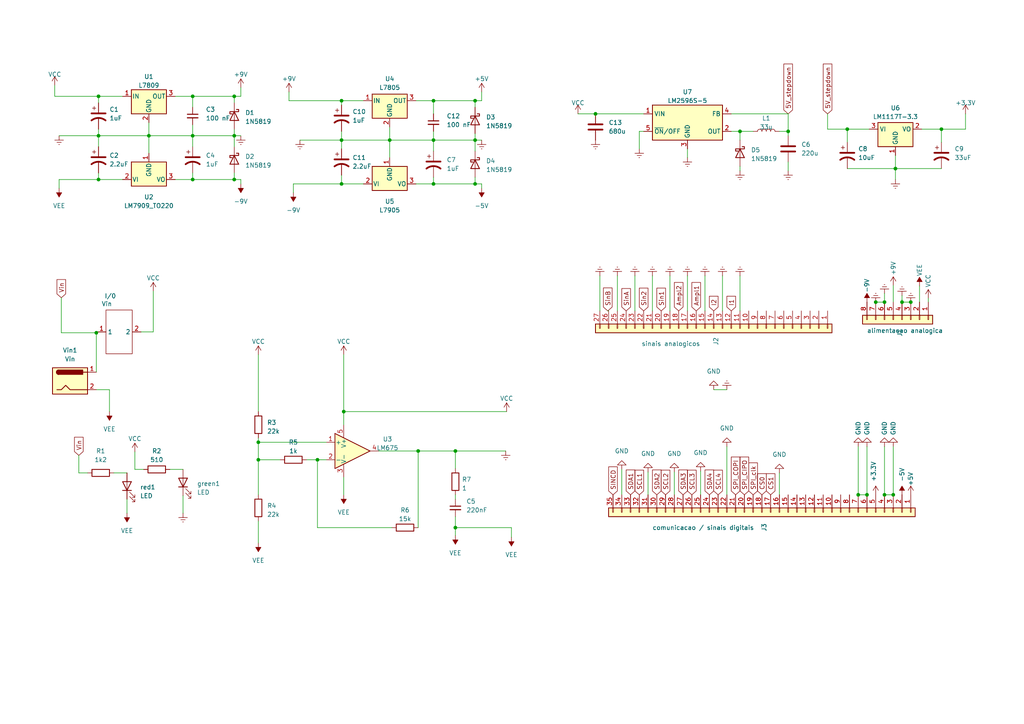
<source format=kicad_sch>
(kicad_sch (version 20230121) (generator eeschema)
  (paper "A4")
  (title_block (title "Fonte de tensao LM675") (date "2023-08-14") (rev "v02") (company "EITduino") (comment 1 "Autor: Gustavo Pinheiro") (comment 2 "Barramento proposto para uma placa 90x100 mm") (comment 3 "Placa face simples") (comment 4 "Pinos AGND e DGND") (comment 5 "capacitor 100nF ceramico") (comment 6 "capacitores uF tantalo"))
  (lib_symbols
    (symbol "Amplifier_Operational:LM675" (pin_names (offset 0.127))
      (property "Reference" "U" (at 0 7.62 0))
      (property "Value" "LM675" (at 0 5.08 0))
      (symbol "LM675_1_1"
        (pin input line (at -7.62 2.54 0) (length 2.54) (name "+") (number "1"))
        (pin input line (at -7.62 -2.54 0) (length 2.54) (name "-") (number "2"))
        (pin power_in line (at -2.54 -7.62 90) (length 3.81) (name "V-") (number "3"))
        (pin output line (at 7.62 0 180) (length 2.54) (name "~") (number "4"))
        (pin power_in line (at -2.54 7.62 270) (length 3.81) (name "V+") (number "5"))
      )
    )
    (symbol "Connector:Barrel_Jack" (pin_names (offset 1.016))
      (property "Reference" "J" (at 0 5.334 0))
      (property "Value" "Barrel_Jack" (at 0 -5.08 0))
      (symbol "Barrel_Jack_1_1"
        (pin passive line (at 7.62 2.54 180) (length 2.54) (name "~") (number "1"))
        (pin passive line (at 7.62 -2.54 180) (length 2.54) (name "~") (number "2"))
      )
    )
    (symbol "Connector_Generic:Conn_01x08" (pin_names (offset 1.016) hide)
      (property "Reference" "J" (at 0 10.16 0))
      (property "Value" "Conn_01x08" (at 0 -12.7 0))
      (symbol "Conn_01x08_1_1"
        (pin passive line (at -5.08 7.62 0) (length 3.81) (name "Pin_1") (number "1"))
        (pin passive line (at -5.08 5.08 0) (length 3.81) (name "Pin_2") (number "2"))
        (pin passive line (at -5.08 2.54 0) (length 3.81) (name "Pin_3") (number "3"))
        (pin passive line (at -5.08 0 0) (length 3.81) (name "Pin_4") (number "4"))
        (pin passive line (at -5.08 -2.54 0) (length 3.81) (name "Pin_5") (number "5"))
        (pin passive line (at -5.08 -5.08 0) (length 3.81) (name "Pin_6") (number "6"))
        (pin passive line (at -5.08 -7.62 0) (length 3.81) (name "Pin_7") (number "7"))
        (pin passive line (at -5.08 -10.16 0) (length 3.81) (name "Pin_8") (number "8"))
      )
    )
    (symbol "Connector_Generic:Conn_01x27" (pin_names (offset 1.016) hide)
      (property "Reference" "J" (at 0 35.56 0))
      (property "Value" "Conn_01x27" (at 0 -35.56 0))
      (symbol "Conn_01x27_1_1"
        (pin passive line (at -5.08 33.02 0) (length 3.81) (name "Pin_1") (number "1"))
        (pin passive line (at -5.08 10.16 0) (length 3.81) (name "Pin_10") (number "10"))
        (pin passive line (at -5.08 7.62 0) (length 3.81) (name "Pin_11") (number "11"))
        (pin passive line (at -5.08 5.08 0) (length 3.81) (name "Pin_12") (number "12"))
        (pin passive line (at -5.08 2.54 0) (length 3.81) (name "Pin_13") (number "13"))
        (pin passive line (at -5.08 0 0) (length 3.81) (name "Pin_14") (number "14"))
        (pin passive line (at -5.08 -2.54 0) (length 3.81) (name "Pin_15") (number "15"))
        (pin passive line (at -5.08 -5.08 0) (length 3.81) (name "Pin_16") (number "16"))
        (pin passive line (at -5.08 -7.62 0) (length 3.81) (name "Pin_17") (number "17"))
        (pin passive line (at -5.08 -10.16 0) (length 3.81) (name "Pin_18") (number "18"))
        (pin passive line (at -5.08 -12.7 0) (length 3.81) (name "Pin_19") (number "19"))
        (pin passive line (at -5.08 30.48 0) (length 3.81) (name "Pin_2") (number "2"))
        (pin passive line (at -5.08 -15.24 0) (length 3.81) (name "Pin_20") (number "20"))
        (pin passive line (at -5.08 -17.78 0) (length 3.81) (name "Pin_21") (number "21"))
        (pin passive line (at -5.08 -20.32 0) (length 3.81) (name "Pin_22") (number "22"))
        (pin passive line (at -5.08 -22.86 0) (length 3.81) (name "Pin_23") (number "23"))
        (pin passive line (at -5.08 -25.4 0) (length 3.81) (name "Pin_24") (number "24"))
        (pin passive line (at -5.08 -27.94 0) (length 3.81) (name "Pin_25") (number "25"))
        (pin passive line (at -5.08 -30.48 0) (length 3.81) (name "Pin_26") (number "26"))
        (pin passive line (at -5.08 -33.02 0) (length 3.81) (name "Pin_27") (number "27"))
        (pin passive line (at -5.08 27.94 0) (length 3.81) (name "Pin_3") (number "3"))
        (pin passive line (at -5.08 25.4 0) (length 3.81) (name "Pin_4") (number "4"))
        (pin passive line (at -5.08 22.86 0) (length 3.81) (name "Pin_5") (number "5"))
        (pin passive line (at -5.08 20.32 0) (length 3.81) (name "Pin_6") (number "6"))
        (pin passive line (at -5.08 17.78 0) (length 3.81) (name "Pin_7") (number "7"))
        (pin passive line (at -5.08 15.24 0) (length 3.81) (name "Pin_8") (number "8"))
        (pin passive line (at -5.08 12.7 0) (length 3.81) (name "Pin_9") (number "9"))
      )
    )
    (symbol "Connector_Generic:Conn_01x35" (pin_names (offset 1.016) hide)
      (property "Reference" "J" (at 0 45.72 0))
      (property "Value" "Conn_01x35" (at 0 -45.72 0))
      (symbol "Conn_01x35_1_1"
        (pin passive line (at -5.08 43.18 0) (length 3.81) (name "Pin_1") (number "1"))
        (pin passive line (at -5.08 20.32 0) (length 3.81) (name "Pin_10") (number "10"))
        (pin passive line (at -5.08 17.78 0) (length 3.81) (name "Pin_11") (number "11"))
        (pin passive line (at -5.08 15.24 0) (length 3.81) (name "Pin_12") (number "12"))
        (pin passive line (at -5.08 12.7 0) (length 3.81) (name "Pin_13") (number "13"))
        (pin passive line (at -5.08 10.16 0) (length 3.81) (name "Pin_14") (number "14"))
        (pin passive line (at -5.08 7.62 0) (length 3.81) (name "Pin_15") (number "15"))
        (pin passive line (at -5.08 5.08 0) (length 3.81) (name "Pin_16") (number "16"))
        (pin passive line (at -5.08 2.54 0) (length 3.81) (name "Pin_17") (number "17"))
        (pin passive line (at -5.08 0 0) (length 3.81) (name "Pin_18") (number "18"))
        (pin passive line (at -5.08 -2.54 0) (length 3.81) (name "Pin_19") (number "19"))
        (pin passive line (at -5.08 40.64 0) (length 3.81) (name "Pin_2") (number "2"))
        (pin passive line (at -5.08 -5.08 0) (length 3.81) (name "Pin_20") (number "20"))
        (pin passive line (at -5.08 -7.62 0) (length 3.81) (name "Pin_21") (number "21"))
        (pin passive line (at -5.08 -10.16 0) (length 3.81) (name "Pin_22") (number "22"))
        (pin passive line (at -5.08 -12.7 0) (length 3.81) (name "Pin_23") (number "23"))
        (pin passive line (at -5.08 -15.24 0) (length 3.81) (name "Pin_24") (number "24"))
        (pin passive line (at -5.08 -17.78 0) (length 3.81) (name "Pin_25") (number "25"))
        (pin passive line (at -5.08 -20.32 0) (length 3.81) (name "Pin_26") (number "26"))
        (pin passive line (at -5.08 -22.86 0) (length 3.81) (name "Pin_27") (number "27"))
        (pin passive line (at -5.08 -25.4 0) (length 3.81) (name "Pin_28") (number "28"))
        (pin passive line (at -5.08 -27.94 0) (length 3.81) (name "Pin_29") (number "29"))
        (pin passive line (at -5.08 38.1 0) (length 3.81) (name "Pin_3") (number "3"))
        (pin passive line (at -5.08 -30.48 0) (length 3.81) (name "Pin_30") (number "30"))
        (pin passive line (at -5.08 -33.02 0) (length 3.81) (name "Pin_31") (number "31"))
        (pin passive line (at -5.08 -35.56 0) (length 3.81) (name "Pin_32") (number "32"))
        (pin passive line (at -5.08 -38.1 0) (length 3.81) (name "Pin_33") (number "33"))
        (pin passive line (at -5.08 -40.64 0) (length 3.81) (name "Pin_34") (number "34"))
        (pin passive line (at -5.08 -43.18 0) (length 3.81) (name "Pin_35") (number "35"))
        (pin passive line (at -5.08 35.56 0) (length 3.81) (name "Pin_4") (number "4"))
        (pin passive line (at -5.08 33.02 0) (length 3.81) (name "Pin_5") (number "5"))
        (pin passive line (at -5.08 30.48 0) (length 3.81) (name "Pin_6") (number "6"))
        (pin passive line (at -5.08 27.94 0) (length 3.81) (name "Pin_7") (number "7"))
        (pin passive line (at -5.08 25.4 0) (length 3.81) (name "Pin_8") (number "8"))
        (pin passive line (at -5.08 22.86 0) (length 3.81) (name "Pin_9") (number "9"))
      )
    )
    (symbol "Device:C" (pin_numbers hide) (pin_names (offset 0.254))
      (property "Reference" "C" (at 0.635 2.54 0))
      (property "Value" "C" (at 0.635 -2.54 0))
      (symbol "C_1_1"
        (pin passive line (at 0 3.81 270) (length 2.794) (name "~") (number "1"))
        (pin passive line (at 0 -3.81 90) (length 2.794) (name "~") (number "2"))
      )
    )
    (symbol "Device:C_Polarized_US" (pin_numbers hide) (pin_names (offset 0.254) hide)
      (property "Reference" "C" (at 0.635 2.54 0))
      (property "Value" "C_Polarized_US" (at 0.635 -2.54 0))
      (symbol "C_Polarized_US_1_1"
        (pin passive line (at 0 3.81 270) (length 2.794) (name "~") (number "1"))
        (pin passive line (at 0 -3.81 90) (length 3.302) (name "~") (number "2"))
      )
    )
    (symbol "Device:C_Small" (pin_numbers hide) (pin_names (offset 0.254) hide)
      (property "Reference" "C" (at 0.254 1.778 0))
      (property "Value" "C_Small" (at 0.254 -2.032 0))
      (symbol "C_Small_1_1"
        (pin passive line (at 0 2.54 270) (length 2.032) (name "~") (number "1"))
        (pin passive line (at 0 -2.54 90) (length 2.032) (name "~") (number "2"))
      )
    )
    (symbol "Device:L" (pin_numbers hide) (pin_names (offset 1.016) hide)
      (property "Reference" "L" (at -1.27 0 90))
      (property "Value" "L" (at 1.905 0 90))
      (symbol "L_1_1"
        (pin passive line (at 0 3.81 270) (length 1.27) (name "1") (number "1"))
        (pin passive line (at 0 -3.81 90) (length 1.27) (name "2") (number "2"))
      )
    )
    (symbol "Device:LED" (pin_numbers hide) (pin_names (offset 1.016) hide)
      (property "Reference" "D" (at 0 2.54 0))
      (property "Value" "LED" (at 0 -2.54 0))
      (symbol "LED_1_1"
        (pin passive line (at -3.81 0 0) (length 2.54) (name "K") (number "1"))
        (pin passive line (at 3.81 0 180) (length 2.54) (name "A") (number "2"))
      )
    )
    (symbol "Device:R" (pin_numbers hide) (pin_names (offset 0))
      (property "Reference" "R" (at 2.032 0 90))
      (property "Value" "R" (at 0 0 90))
      (symbol "R_1_1"
        (pin passive line (at 0 3.81 270) (length 1.27) (name "~") (number "1"))
        (pin passive line (at 0 -3.81 90) (length 1.27) (name "~") (number "2"))
      )
    )
    (symbol "Diode:1N5819" (pin_numbers hide) (pin_names (offset 1.016) hide)
      (property "Reference" "D" (at 0 2.54 0))
      (property "Value" "1N5819" (at 0 -2.54 0))
      (symbol "1N5819_1_1"
        (pin passive line (at -3.81 0 0) (length 2.54) (name "K") (number "1"))
        (pin passive line (at 3.81 0 180) (length 2.54) (name "A") (number "2"))
      )
    )
    (symbol "Regulator_Linear:L7805" (pin_names (offset 0.254))
      (property "Reference" "U" (at -3.81 3.175 0))
      (property "Value" "L7805" (at 0 3.175 0))
      (symbol "L7805_1_1"
        (pin power_in line (at -7.62 0 0) (length 2.54) (name "IN") (number "1"))
        (pin power_in line (at 0 -7.62 90) (length 2.54) (name "GND") (number "2"))
        (pin power_out line (at 7.62 0 180) (length 2.54) (name "OUT") (number "3"))
      )
    )
    (symbol "Regulator_Linear:L7809" (pin_names (offset 0.254))
      (property "Reference" "U" (at -3.81 3.175 0))
      (property "Value" "L7809" (at 0 3.175 0))
      (symbol "L7809_1_1"
        (pin power_in line (at -7.62 0 0) (length 2.54) (name "IN") (number "1"))
        (pin power_in line (at 0 -7.62 90) (length 2.54) (name "GND") (number "2"))
        (pin power_out line (at 7.62 0 180) (length 2.54) (name "OUT") (number "3"))
      )
    )
    (symbol "Regulator_Linear:L7905" (pin_names (offset 0.254))
      (property "Reference" "U" (at -3.81 -3.175 0))
      (property "Value" "L7905" (at 0 -3.175 0))
      (symbol "L7905_1_1"
        (pin power_in line (at 0 7.62 270) (length 2.54) (name "GND") (number "1"))
        (pin power_in line (at -7.62 0 0) (length 2.54) (name "VI") (number "2"))
        (pin power_out line (at 7.62 0 180) (length 2.54) (name "VO") (number "3"))
      )
    )
    (symbol "Regulator_Linear:LM1117T-3.3"
      (property "Reference" "U" (at -3.81 3.175 0))
      (property "Value" "LM1117T-3.3" (at 0 3.175 0))
      (symbol "LM1117T-3.3_1_1"
        (pin power_in line (at 0 -7.62 90) (length 2.54) (name "GND") (number "1"))
        (pin power_out line (at 7.62 0 180) (length 2.54) (name "VO") (number "2"))
        (pin power_in line (at -7.62 0 0) (length 2.54) (name "VI") (number "3"))
      )
    )
    (symbol "Regulator_Linear:LM7909_TO220" (pin_names (offset 0.254))
      (property "Reference" "U" (at -3.81 -3.175 0))
      (property "Value" "LM7909_TO220" (at 0 -3.175 0))
      (symbol "LM7909_TO220_1_1"
        (pin power_in line (at 0 7.62 270) (length 2.54) (name "GND") (number "1"))
        (pin power_in line (at -7.62 0 0) (length 2.54) (name "VI") (number "2"))
        (pin power_out line (at 7.62 0 180) (length 2.54) (name "VO") (number "3"))
      )
    )
    (symbol "Regulator_Switching:LM2596S-5"
      (property "Reference" "U" (at -10.16 6.35 0))
      (property "Value" "LM2596S-5" (at 0 6.35 0))
      (symbol "LM2596S-5_1_1"
        (pin power_in line (at -12.7 2.54 0) (length 2.54) (name "VIN") (number "1"))
        (pin output line (at 12.7 -2.54 180) (length 2.54) (name "OUT") (number "2"))
        (pin power_in line (at 0 -7.62 90) (length 2.54) (name "GND") (number "3"))
        (pin input line (at 12.7 2.54 180) (length 2.54) (name "FB") (number "4"))
        (pin input line (at -12.7 -2.54 0) (length 2.54) (name "~{ON}/OFF") (number "5"))
      )
    )
    (symbol "VCC_1" (power) (pin_names (offset 0))
      (property "Value" "VCC_1" (at 0 3.81 0))
      (symbol "VCC_1_1_1"
        (pin power_in line (at 0 0 90) (length 0) hide (name "VCC") (number "1"))
      )
    )
    (symbol "chave_gangorra_kcd1_2pinos:chave_gangorra_2_pinos"
      (property "Reference" "SW_kcd" (at 0 2.54 0))
      (property "Value" "chave_gangorra_2_pinos" (at 0 1.27 0))
      (symbol "chave_gangorra_2_pinos_1_1"
        (pin input line (at 0 -3.81 90) (length 2.54) (name "1") (number "1"))
        (pin input line (at 0 8.89 270) (length 2.54) (name "2") (number "2"))
      )
    )
    (symbol "power:+3.3V" (power) (pin_names (offset 0))
      (property "Value" "+3.3V" (at 0 3.556 0))
      (symbol "+3.3V_1_1"
        (pin power_in line (at 0 0 90) (length 0) hide (name "+3.3V") (number "1"))
      )
    )
    (symbol "power:+5V" (power) (pin_names (offset 0))
      (property "Value" "+5V" (at 0 3.556 0))
      (symbol "+5V_1_1"
        (pin power_in line (at 0 0 90) (length 0) hide (name "+5V") (number "1"))
      )
    )
    (symbol "power:+9V" (power) (pin_names (offset 0))
      (property "Value" "+9V" (at 0 3.556 0))
      (symbol "+9V_1_1"
        (pin power_in line (at 0 0 90) (length 0) hide (name "+9V") (number "1"))
      )
    )
    (symbol "power:-5V" (power) (pin_names (offset 0))
      (property "Value" "-5V" (at 0 3.81 0))
      (symbol "-5V_0_0"
        (pin power_in line (at 0 0 90) (length 0) hide (name "-5V") (number "1"))
      )
    )
    (symbol "power:-9V" (power) (pin_names (offset 0))
      (property "Value" "-9V" (at 0 3.81 0))
      (symbol "-9V_1_1"
        (pin power_in line (at 0 0 90) (length 0) hide (name "-9V") (number "1"))
      )
    )
    (symbol "power:Earth" (power) (pin_names (offset 0))
      (symbol "Earth_1_1"
        (pin power_in line (at 0 0 270) (length 0) hide (name "Earth") (number "1"))
      )
    )
    (symbol "power:GND" (power) (pin_names (offset 0))
      (property "Value" "GND" (at 0 -3.81 0))
      (symbol "GND_1_1"
        (pin power_in line (at 0 0 270) (length 0) hide (name "GND") (number "1"))
      )
    )
    (symbol "power:VCC" (power) (pin_names (offset 0))
      (property "Value" "VCC" (at 0 3.81 0))
      (symbol "VCC_1_1"
        (pin power_in line (at 0 0 90) (length 0) hide (name "VCC") (number "1"))
      )
    )
    (symbol "power:VEE" (power) (pin_names (offset 0))
      (property "Value" "VEE" (at 0 3.81 0))
      (symbol "VEE_1_1"
        (pin power_in line (at 0 0 90) (length 0) hide (name "VEE") (number "1"))
      )
    )
  )
  (junction (at 137.795 40.64))
  (junction (at 43.18 39.37))
  (junction (at 113.03 40.64))
  (junction (at 256.54 87.63))
  (junction (at 254 87.63))
  (junction (at 137.795 53.34))
  (junction (at 55.88 39.37))
  (junction (at 125.73 53.34))
  (junction (at 228.6 38.1))
  (junction (at 92.075 133.35))
  (junction (at 67.945 52.07))
  (junction (at 259.715 48.895))
  (junction (at 245.745 37.465))
  (junction (at 55.88 52.07))
  (junction (at 264.16 87.63))
  (junction (at 132.08 153.035))
  (junction (at 28.575 27.94))
  (junction (at 27.94 96.52))
  (junction (at 248.92 143.51))
  (junction (at 67.945 39.37))
  (junction (at 132.08 130.81))
  (junction (at 125.73 40.64))
  (junction (at 99.06 29.21))
  (junction (at 256.54 143.51))
  (junction (at 259.08 143.51))
  (junction (at 67.945 27.94))
  (junction (at 125.73 29.21))
  (junction (at 99.06 53.34))
  (junction (at 74.93 133.35))
  (junction (at 99.06 40.64))
  (junction (at 273.05 37.465))
  (junction (at 74.93 128.27))
  (junction (at 28.575 39.37))
  (junction (at 172.72 33.02))
  (junction (at 121.285 130.81))
  (junction (at 251.46 143.51))
  (junction (at 28.575 52.07))
  (junction (at 137.795 29.21))
  (junction (at 214.63 38.1))
  (junction (at 261.62 87.63))
  (junction (at 55.88 27.94))
  (junction (at 99.695 119.38))
  (wire (pts (xy 43.18 39.37) (xy 55.88 39.37)))
  (wire (pts (xy 254 87.63) (xy 256.54 87.63)))
  (wire (pts (xy 212.09 38.1) (xy 214.63 38.1)))
  (wire (pts (xy 173.99 80.01) (xy 173.99 90.17)))
  (wire (pts (xy 267.335 37.465) (xy 273.05 37.465)))
  (wire (pts (xy 55.88 27.94) (xy 55.88 31.115)))
  (wire (pts (xy 27.94 96.52) (xy 27.94 96.266)))
  (wire (pts (xy 99.06 29.21) (xy 105.41 29.21)))
  (wire (pts (xy 27.94 113.03) (xy 31.75 113.03)))
  (wire (pts (xy 74.93 128.27) (xy 74.93 133.35)))
  (wire (pts (xy 207.01 113.03) (xy 210.82 113.03)))
  (wire (pts (xy 86.995 40.64) (xy 99.06 40.64)))
  (wire (pts (xy 28.575 39.37) (xy 28.575 42.545)))
  (wire (pts (xy 17.145 39.37) (xy 28.575 39.37)))
  (wire (pts (xy 69.85 52.07) (xy 69.85 53.34)))
  (wire (pts (xy 137.795 51.435) (xy 137.795 53.34)))
  (wire (pts (xy 212.09 33.02) (xy 228.6 33.02)))
  (wire (pts (xy 259.08 82.804) (xy 259.08 87.63)))
  (wire (pts (xy 99.695 119.38) (xy 99.695 123.19)))
  (wire (pts (xy 184.15 80.01) (xy 184.15 90.17)))
  (wire (pts (xy 125.73 29.21) (xy 137.795 29.21)))
  (wire (pts (xy 248.92 129.54) (xy 248.92 143.51)))
  (wire (pts (xy 99.695 119.38) (xy 146.939 119.38)))
  (wire (pts (xy 113.03 36.83) (xy 113.03 40.64)))
  (wire (pts (xy 137.795 53.34) (xy 139.7 53.34)))
  (wire (pts (xy 83.82 29.21) (xy 99.06 29.21)))
  (wire (pts (xy 113.03 40.64) (xy 113.03 45.72)))
  (wire (pts (xy 187.96 136.906) (xy 187.96 143.51)))
  (wire (pts (xy 113.03 40.64) (xy 125.73 40.64)))
  (wire (pts (xy 120.65 53.34) (xy 125.73 53.34)))
  (wire (pts (xy 85.09 55.88) (xy 85.09 53.34)))
  (wire (pts (xy 50.8 52.07) (xy 55.88 52.07)))
  (wire (pts (xy 17.145 54.61) (xy 17.145 52.07)))
  (wire (pts (xy 43.18 39.37) (xy 43.18 44.45)))
  (wire (pts (xy 67.945 52.07) (xy 69.85 52.07)))
  (wire (pts (xy 251.46 129.54) (xy 251.46 143.51)))
  (wire (pts (xy 261.6183 86.95) (xy 261.62 86.95)))
  (wire (pts (xy 99.06 53.34) (xy 105.41 53.34)))
  (wire (pts (xy 228.6 49.53) (xy 228.6 46.99)))
  (wire (pts (xy 179.07 80.01) (xy 179.07 90.17)))
  (wire (pts (xy 209.55 80.01) (xy 209.55 90.17)))
  (wire (pts (xy 125.73 38.1) (xy 125.73 40.64)))
  (wire (pts (xy 83.82 26.67) (xy 83.82 29.21)))
  (wire (pts (xy 92.075 153.035) (xy 92.075 133.35)))
  (wire (pts (xy 22.86 132.08) (xy 22.86 137.16)))
  (wire (pts (xy 67.945 37.465) (xy 67.945 39.37)))
  (wire (pts (xy 125.73 53.34) (xy 125.73 51.435)))
  (wire (pts (xy 44.45 84.455) (xy 44.45 96.266)))
  (wire (pts (xy 261.6183 85.7386) (xy 261.6183 86.95)))
  (wire (pts (xy 67.945 39.37) (xy 67.945 42.545)))
  (wire (pts (xy 185.42 43.18) (xy 185.42 38.1)))
  (wire (pts (xy 17.78 86.36) (xy 17.78 96.52)))
  (wire (pts (xy 273.05 37.465) (xy 273.05 41.275)))
  (wire (pts (xy 148.336 155.829) (xy 148.336 153.035)))
  (wire (pts (xy 28.575 37.465) (xy 28.575 39.37)))
  (wire (pts (xy 27.94 96.266) (xy 28.194 96.266)))
  (wire (pts (xy 132.08 149.86) (xy 132.08 153.035)))
  (wire (pts (xy 214.63 38.1) (xy 214.63 40.64)))
  (wire (pts (xy 256.54 85.09) (xy 256.54 87.63)))
  (wire (pts (xy 27.94 96.52) (xy 27.94 107.95)))
  (wire (pts (xy 15.875 27.94) (xy 28.575 27.94)))
  (wire (pts (xy 43.18 35.56) (xy 43.18 39.37)))
  (wire (pts (xy 69.85 25.4) (xy 69.85 27.94)))
  (wire (pts (xy 125.73 40.64) (xy 125.73 43.815)))
  (wire (pts (xy 55.88 39.37) (xy 67.945 39.37)))
  (wire (pts (xy 74.93 128.27) (xy 94.615 128.27)))
  (wire (pts (xy 226.06 137.16) (xy 226.06 143.51)))
  (wire (pts (xy 121.285 130.81) (xy 132.08 130.81)))
  (wire (pts (xy 132.08 153.035) (xy 132.08 155.321)))
  (wire (pts (xy 214.63 80.01) (xy 214.63 90.17)))
  (wire (pts (xy 137.795 40.64) (xy 137.795 43.815)))
  (wire (pts (xy 266.7002 82.9469) (xy 266.7002 87.63)))
  (wire (pts (xy 39.116 131.064) (xy 39.116 136.144)))
  (wire (pts (xy 53.086 143.764) (xy 53.086 148.844)))
  (wire (pts (xy 132.08 130.81) (xy 146.685 130.81)))
  (wire (pts (xy 99.695 102.87) (xy 99.695 119.38)))
  (wire (pts (xy 266.7002 87.63) (xy 266.7 87.63)))
  (wire (pts (xy 256.54 143.51) (xy 259.08 143.51)))
  (wire (pts (xy 261.62 86.95) (xy 261.62 87.63)))
  (wire (pts (xy 67.945 27.94) (xy 69.85 27.94)))
  (wire (pts (xy 172.72 33.02) (xy 186.69 33.02)))
  (wire (pts (xy 214.63 49.53) (xy 214.63 48.26)))
  (wire (pts (xy 74.93 133.35) (xy 81.28 133.35)))
  (wire (pts (xy 194.31 80.01) (xy 194.31 90.17)))
  (wire (pts (xy 199.39 45.72) (xy 199.39 43.18)))
  (wire (pts (xy 137.795 29.21) (xy 139.7 29.21)))
  (wire (pts (xy 132.08 143.51) (xy 132.08 144.78)))
  (wire (pts (xy 67.945 27.94) (xy 67.945 29.845)))
  (wire (pts (xy 55.88 52.07) (xy 55.88 50.165)))
  (wire (pts (xy 74.93 151.13) (xy 74.93 157.48)))
  (wire (pts (xy 28.575 27.94) (xy 35.56 27.94)))
  (wire (pts (xy 245.745 41.275) (xy 245.745 37.465)))
  (wire (pts (xy 132.08 130.81) (xy 132.08 135.89)))
  (wire (pts (xy 185.42 38.1) (xy 186.69 38.1)))
  (wire (pts (xy 139.7 26.67) (xy 139.7 29.21)))
  (wire (pts (xy 167.64 33.02) (xy 172.72 33.02)))
  (wire (pts (xy 39.116 136.144) (xy 41.656 136.144)))
  (wire (pts (xy 125.73 40.64) (xy 137.795 40.64)))
  (wire (pts (xy 256.54 129.54) (xy 256.54 143.51)))
  (wire (pts (xy 195.58 136.906) (xy 195.58 143.51)))
  (wire (pts (xy 55.88 39.37) (xy 55.88 42.545)))
  (wire (pts (xy 240.03 37.465) (xy 245.745 37.465)))
  (wire (pts (xy 148.336 153.035) (xy 132.08 153.035)))
  (wire (pts (xy 36.83 144.78) (xy 36.83 148.844)))
  (wire (pts (xy 240.03 33.02) (xy 240.03 37.465)))
  (wire (pts (xy 17.145 52.07) (xy 28.575 52.07)))
  (wire (pts (xy 269.2412 86.523) (xy 269.2412 87.63)))
  (wire (pts (xy 228.6 33.02) (xy 228.6 38.1)))
  (wire (pts (xy 55.88 27.94) (xy 67.945 27.94)))
  (wire (pts (xy 67.945 50.165) (xy 67.945 52.07)))
  (wire (pts (xy 259.08 129.54) (xy 259.08 143.51)))
  (wire (pts (xy 109.855 130.81) (xy 121.285 130.81)))
  (wire (pts (xy 269.24 87.63) (xy 269.2412 87.63)))
  (wire (pts (xy 99.06 40.64) (xy 99.06 43.18)))
  (wire (pts (xy 113.665 153.035) (xy 92.075 153.035)))
  (wire (pts (xy 55.88 52.07) (xy 67.945 52.07)))
  (wire (pts (xy 99.695 143.51) (xy 99.695 138.43)))
  (wire (pts (xy 259.715 45.085) (xy 259.715 48.895)))
  (wire (pts (xy 248.92 143.51) (xy 251.46 143.51)))
  (wire (pts (xy 176.53 90.17) (xy 176.276 90.17)))
  (wire (pts (xy 259.715 48.895) (xy 273.05 48.895)))
  (wire (pts (xy 40.894 96.266) (xy 44.45 96.266)))
  (wire (pts (xy 125.73 53.34) (xy 137.795 53.34)))
  (wire (pts (xy 67.945 39.37) (xy 69.85 39.37)))
  (wire (pts (xy 99.06 40.64) (xy 113.03 40.64)))
  (wire (pts (xy 74.93 133.35) (xy 74.93 143.51)))
  (wire (pts (xy 137.795 38.735) (xy 137.795 40.64)))
  (wire (pts (xy 137.795 29.21) (xy 137.795 31.115)))
  (wire (pts (xy 280.035 33.02) (xy 280.035 37.465)))
  (wire (pts (xy 92.075 133.35) (xy 94.615 133.35)))
  (wire (pts (xy 120.65 29.21) (xy 125.73 29.21)))
  (wire (pts (xy 137.795 40.64) (xy 139.7 40.64)))
  (wire (pts (xy 28.575 39.37) (xy 43.18 39.37)))
  (wire (pts (xy 99.06 38.1) (xy 99.06 40.64)))
  (wire (pts (xy 55.88 36.195) (xy 55.88 39.37)))
  (wire (pts (xy 245.745 37.465) (xy 252.095 37.465)))
  (wire (pts (xy 121.285 130.81) (xy 121.285 153.035)))
  (wire (pts (xy 28.575 29.845) (xy 28.575 27.94)))
  (wire (pts (xy 99.06 29.21) (xy 99.06 30.48)))
  (wire (pts (xy 280.035 37.465) (xy 273.05 37.465)))
  (wire (pts (xy 88.9 133.35) (xy 92.075 133.35)))
  (wire (pts (xy 139.7 53.34) (xy 139.7 54.61)))
  (wire (pts (xy 31.75 113.03) (xy 31.75 119.38)))
  (wire (pts (xy 50.8 27.94) (xy 55.88 27.94)))
  (wire (pts (xy 28.575 50.165) (xy 28.575 52.07)))
  (wire (pts (xy 28.575 52.07) (xy 35.56 52.07)))
  (wire (pts (xy 33.02 137.16) (xy 36.83 137.16)))
  (wire (pts (xy 85.09 53.34) (xy 99.06 53.34)))
  (wire (pts (xy 99.06 50.8) (xy 99.06 53.34)))
  (wire (pts (xy 259.715 48.895) (xy 259.715 52.07)))
  (wire (pts (xy 261.62 87.63) (xy 264.16 87.63)))
  (wire (pts (xy 180.34 136.144) (xy 180.34 143.51)))
  (wire (pts (xy 226.06 38.1) (xy 228.6 38.1)))
  (wire (pts (xy 125.73 29.21) (xy 125.73 33.02)))
  (wire (pts (xy 245.745 48.895) (xy 259.715 48.895)))
  (wire (pts (xy 74.93 102.87) (xy 74.93 119.38)))
  (wire (pts (xy 15.875 24.765) (xy 15.875 27.94)))
  (wire (pts (xy 199.39 80.01) (xy 199.39 90.17)))
  (wire (pts (xy 203.2 136.652) (xy 203.2 143.51)))
  (wire (pts (xy 189.23 80.01) (xy 189.23 90.17)))
  (wire (pts (xy 228.6 38.1) (xy 228.6 39.37)))
  (wire (pts (xy 17.78 96.52) (xy 27.94 96.52)))
  (wire (pts (xy 49.276 136.144) (xy 53.086 136.144)))
  (wire (pts (xy 22.86 137.16) (xy 25.4 137.16)))
  (wire (pts (xy 214.63 38.1) (xy 218.44 38.1)))
  (wire (pts (xy 210.82 129.54) (xy 210.82 143.51)))
  (wire (pts (xy 204.47 80.01) (xy 204.47 90.17)))
  (wire (pts (xy 74.93 127) (xy 74.93 128.27)))
  (global_label "Vin" (shape input) (at 17.78 86.36 90) (property "Intersheetrefs" "${INTERSHEET_REFS}" (effects hide)))
  (global_label "SPI_clk" (shape input) (at 218.44 143.51 90) (property "Intersheetrefs" "${INTERSHEET_REFS}" (effects hide)))
  (global_label "I1" (shape input) (at 212.09 90.17 90) (property "Intersheetrefs" "${INTERSHEET_REFS}" (effects hide)))
  (global_label "Vin" (shape input) (at 22.86 132.08 90) (property "Intersheetrefs" "${INTERSHEET_REFS}" (effects hide)))
  (global_label "SDA3" (shape input) (at 198.12 143.51 90) (property "Intersheetrefs" "${INTERSHEET_REFS}" (effects hide)))
  (global_label "CS1" (shape input) (at 223.52 143.51 90) (property "Intersheetrefs" "${INTERSHEET_REFS}" (effects hide)))
  (global_label "SDA2" (shape input) (at 190.5 143.51 90) (property "Intersheetrefs" "${INTERSHEET_REFS}" (effects hide)))
  (global_label "Ampl1" (shape input) (at 201.93 90.17 90) (property "Intersheetrefs" "${INTERSHEET_REFS}" (effects hide)))
  (global_label "SDA1" (shape input) (at 182.88 143.51 90) (property "Intersheetrefs" "${INTERSHEET_REFS}" (effects hide)))
  (global_label "Ampl2" (shape input) (at 196.85 90.17 90) (property "Intersheetrefs" "${INTERSHEET_REFS}" (effects hide)))
  (global_label "SCL2" (shape input) (at 193.04 143.51 90) (property "Intersheetrefs" "${INTERSHEET_REFS}" (effects hide)))
  (global_label "SCL3" (shape input) (at 200.66 143.51 90) (property "Intersheetrefs" "${INTERSHEET_REFS}" (effects hide)))
  (global_label "Sin2" (shape input) (at 186.69 90.17 90) (property "Intersheetrefs" "${INTERSHEET_REFS}" (effects hide)))
  (global_label "SCL4" (shape input) (at 208.28 143.51 90) (property "Intersheetrefs" "${INTERSHEET_REFS}" (effects hide)))
  (global_label "SPI_CIPO" (shape input) (at 215.9 143.51 90) (property "Intersheetrefs" "${INTERSHEET_REFS}" (effects hide)))
  (global_label "SinA" (shape input) (at 181.61 90.17 90) (property "Intersheetrefs" "${INTERSHEET_REFS}" (effects hide)))
  (global_label "SINCD" (shape input) (at 177.8 143.51 90) (property "Intersheetrefs" "${INTERSHEET_REFS}" (effects hide)))
  (global_label "I2" (shape input) (at 207.01 90.17 90) (property "Intersheetrefs" "${INTERSHEET_REFS}" (effects hide)))
  (global_label "CS0" (shape input) (at 220.98 143.51 90) (property "Intersheetrefs" "${INTERSHEET_REFS}" (effects hide)))
  (global_label "5V_stepdown" (shape input) (at 240.03 33.02 90) (property "Intersheetrefs" "${INTERSHEET_REFS}" (effects hide)))
  (global_label "SinB" (shape input) (at 176.276 90.17 90) (property "Intersheetrefs" "${INTERSHEET_REFS}" (effects hide)))
  (global_label "Sin1" (shape input) (at 191.77 90.17 90) (property "Intersheetrefs" "${INTERSHEET_REFS}" (effects hide)))
  (global_label "5V_stepdown" (shape input) (at 228.6 33.02 90) (property "Intersheetrefs" "${INTERSHEET_REFS}" (effects hide)))
  (global_label "SCL1" (shape input) (at 185.42 143.51 90) (property "Intersheetrefs" "${INTERSHEET_REFS}" (effects hide)))
  (global_label "SPI_COPI" (shape input) (at 213.36 143.51 90) (property "Intersheetrefs" "${INTERSHEET_REFS}" (effects hide)))
  (global_label "SDA4" (shape input) (at 205.74 143.51 90) (property "Intersheetrefs" "${INTERSHEET_REFS}" (effects hide)))
  (symbol (lib_id "Device:R") (at 85.09 133.35 90) (unit 1)
    (property "Reference" "R5" (at 85.09 128.27 90))
    (property "Value" "1k" (at 85.09 130.81 90))
    (property "Footprint" "Resistor_THT:R_Axial_DIN0207_L6.3mm_D2.5mm_P7.62mm_Horizontal" (effects hide))
  )
  (symbol (lib_id "power:-5V") (at 139.7 54.61 180) (unit 1)
    (property "Reference" "#PWR048" (effects hide))
    (property "Value" "-5V" (at 139.7 59.69 0))
  )
  (symbol (lib_id "Device:C_Polarized_US") (at 28.575 46.355 0) (unit 1)
    (property "Reference" "C2" (at 31.75 45.085 0) (effects (justify left)))
    (property "Value" "2.2uF" (at 31.75 47.625 0) (effects (justify left)))
    (property "Footprint" "Capacitor_THT:CP_Radial_Tantal_D4.5mm_P2.50mm" (effects hide))
  )
  (symbol (lib_id "power:VEE") (at 99.695 143.51 180) (unit 1)
    (property "Reference" "#PWR038" (effects hide))
    (property "Value" "VEE" (at 99.695 148.59 0))
  )
  (symbol (lib_id "Device:C_Polarized_US") (at 99.06 46.99 0) (unit 1)
    (property "Reference" "C11" (at 102.235 45.72 0) (effects (justify left)))
    (property "Value" "2.2uF" (at 102.235 48.26 0) (effects (justify left)))
    (property "Footprint" "Capacitor_THT:CP_Radial_Tantal_D4.5mm_P2.50mm" (effects hide))
  )
  (symbol (lib_id "power:VCC") (at 146.939 119.38 0) (unit 1)
    (property "Reference" "#PWR045" (effects hide))
    (property "Value" "VCC" (at 146.939 115.57 0))
  )
  (symbol (lib_id "power:VEE") (at 17.145 54.61 180) (unit 1)
    (property "Reference" "#PWR020" (effects hide))
    (property "Value" "VEE" (at 17.145 59.69 0))
  )
  (symbol (lib_id "Device:R") (at 132.08 139.7 0) (unit 1)
    (property "Reference" "R7" (at 133.985 139.065 0) (effects (justify left)))
    (property "Value" "1" (at 133.985 141.605 0) (effects (justify left)))
    (property "Footprint" "Resistor_THT:R_Axial_DIN0207_L6.3mm_D2.5mm_P7.62mm_Horizontal" (effects hide))
  )
  (symbol (lib_id "power:GND") (at 259.08 129.54 180) (unit 1)
    (property "Reference" "#PWR015" (effects hide))
    (property "Value" "GND" (at 259.08 124.206 90))
  )
  (symbol (lib_id "Device:C_Small") (at 55.88 33.655 0) (unit 1)
    (property "Reference" "C3" (at 59.69 31.75 0) (effects (justify left)))
    (property "Value" "100 nF" (at 59.69 34.29 0) (effects (justify left)))
    (property "Footprint" "Capacitor_THT:C_Disc_D3.0mm_W1.6mm_P2.50mm" (effects hide))
  )
  (symbol (lib_id "Amplifier_Operational:LM675") (at 102.235 130.81 0) (unit 1)
    (property "Reference" "U3" (at 112.395 127.3811 0))
    (property "Value" "LM675" (at 112.395 129.9211 0))
    (property "Footprint" "Package_TO_SOT_THT:TO-220-5_P3.4x3.7mm_StaggerOdd_Lead3.8mm_Vertical" (effects hide))
    (property "Datasheet" "http://www.ti.com/lit/ds/symlink/lm675.pdf" (effects hide))
  )
  (symbol (lib_id "Device:R") (at 74.93 123.19 0) (unit 1)
    (property "Reference" "R3" (at 77.47 122.555 0) (effects (justify left)))
    (property "Value" "22k" (at 77.47 125.095 0) (effects (justify left)))
    (property "Footprint" "Resistor_THT:R_Axial_DIN0207_L6.3mm_D2.5mm_P7.62mm_Horizontal" (effects hide))
  )
  (symbol (lib_id "power:Earth") (at 194.31 80.01 180) (unit 1)
    (property "Reference" "#PWR07" (effects hide))
    (property "Value" "Earth" (effects hide))
  )
  (symbol (lib_id "Device:R") (at 45.466 136.144 90) (unit 1)
    (property "Reference" "R2" (at 45.466 130.81 90))
    (property "Value" "510" (at 45.466 133.35 90))
    (property "Footprint" "Resistor_THT:R_Axial_DIN0207_L6.3mm_D2.5mm_P7.62mm_Horizontal" (effects hide))
  )
  (symbol (lib_id "power:Earth") (at 209.55 80.01 180) (unit 1)
    (property "Reference" "#PWR027" (effects hide))
    (property "Value" "Earth" (effects hide))
  )
  (symbol (lib_id "power:+3.3V") (at 254 143.51 0) (unit 1)
    (property "Reference" "#PWR0130" (effects hide))
    (property "Value" "+3.3V" (at 253.365 139.7 90) (effects (justify left)))
  )
  (symbol (lib_id "Device:C_Polarized_US") (at 99.06 34.29 0) (unit 1)
    (property "Reference" "C10" (at 102.235 32.385 0) (effects (justify left)))
    (property "Value" "1uF" (at 102.235 34.925 0) (effects (justify left)))
    (property "Footprint" "Capacitor_THT:CP_Radial_Tantal_D4.5mm_P2.50mm" (effects hide))
  )
  (symbol (lib_id "Regulator_Linear:LM7909_TO220") (at 43.18 52.07 0) (unit 1)
    (property "Reference" "U2" (at 43.18 57.15 0))
    (property "Value" "LM7909_TO220" (at 43.18 59.69 0))
    (property "Footprint" "Package_TO_SOT_THT:TO-220-3_Vertical" (effects hide))
    (property "Datasheet" "https://www.onsemi.com/pub/Collateral/MC7900-D.PDF" (effects hide))
  )
  (symbol (lib_id "power:Earth") (at 185.42 43.18 0) (unit 1)
    (property "Reference" "#PWR054" (effects hide))
    (property "Value" "Earth" (effects hide))
  )
  (symbol (lib_id "power:VEE") (at 36.83 148.844 180) (unit 1)
    (property "Reference" "#PWR022" (effects hide))
    (property "Value" "VEE" (at 36.83 153.924 0))
  )
  (symbol (lib_id "Diode:1N5819") (at 137.795 34.925 270) (unit 1)
    (property "Reference" "D3" (at 140.97 33.9725 90) (effects (justify left)))
    (property "Value" "1N5819" (at 140.97 36.5125 90) (effects (justify left)))
    (property "Footprint" "Diode_THT:D_DO-41_SOD81_P10.16mm_Horizontal" (effects hide))
    (property "Datasheet" "http://www.vishay.com/docs/88525/1n5817.pdf" (effects hide))
  )
  (symbol (lib_id "Device:C") (at 228.6 43.18 0) (unit 1)
    (property "Reference" "C6" (at 232.41 41.91 0) (effects (justify left)))
    (property "Value" "220u" (at 232.41 44.45 0) (effects (justify left)))
    (property "Footprint" "Capacitor_THT:CP_Radial_D5.0mm_P2.50mm" (effects hide))
  )
  (symbol (lib_id "power:VEE") (at 132.08 155.321 180) (unit 1)
    (property "Reference" "#PWR039" (effects hide))
    (property "Value" "VEE" (at 132.08 160.401 0))
  )
  (symbol (lib_id "power:Earth") (at 146.685 130.81 0) (unit 1)
    (property "Reference" "#PWR044" (effects hide))
    (property "Value" "Earth" (effects hide))
  )
  (symbol (lib_id "Device:C_Polarized_US") (at 28.575 33.655 0) (unit 1)
    (property "Reference" "C1" (at 31.75 31.75 0) (effects (justify left)))
    (property "Value" "1uF" (at 31.75 34.29 0) (effects (justify left)))
    (property "Footprint" "Capacitor_THT:CP_Radial_Tantal_D4.5mm_P2.50mm" (effects hide))
  )
  (symbol (lib_id "power:GND") (at 203.2 136.652 180) (unit 1)
    (property "Reference" "#PWR012" (effects hide))
    (property "Value" "GND" (at 203.2 131.318 0))
  )
  (symbol (lib_id "Regulator_Switching:LM2596S-5") (at 199.39 35.56 0) (unit 1)
    (property "Reference" "U7" (at 199.39 26.67 0))
    (property "Value" "LM2596S-5" (at 199.39 29.21 0))
    (property "Footprint" "Package_TO_SOT_THT:TO-220-5_P3.4x3.7mm_StaggerOdd_Lead3.8mm_Vertical" (effects hide))
    (property "Datasheet" "http://www.ti.com/lit/ds/symlink/lm2596.pdf" (effects hide))
  )
  (symbol (lib_id "Regulator_Linear:L7805") (at 113.03 29.21 0) (unit 1)
    (property "Reference" "U4" (at 113.03 22.86 0))
    (property "Value" "L7805" (at 113.03 25.4 0))
    (property "Footprint" "Package_TO_SOT_THT:TO-220-3_Vertical" (effects hide))
    (property "Datasheet" "http://www.st.com/content/ccc/resource/technical/document/datasheet/41/4f/b3/b0/12/d4/47/88/CD00000444.pdf/files/CD00000444.pdf/jcr:content/translations/en.CD00000444.pdf" (effects hide))
  )
  (symbol (lib_id "Connector_Generic:Conn_01x27") (at 207.01 95.25 270) (unit 1)
    (property "Reference" "J2" (at 207.645 97.79 0) (effects (justify left)))
    (property "Value" "sinais analogicos" (at 186.055 99.695 90) (effects (justify left)))
    (property "Footprint" "Connector_PinHeader_2.54mm:PinHeader_1x27_P2.54mm_Vertical" (effects hide))
  )
  (symbol (lib_id "power:Earth") (at 259.715 52.07 0) (unit 1)
    (property "Reference" "#PWR050" (effects hide))
    (property "Value" "Earth" (effects hide))
  )
  (symbol (lib_id "Device:C") (at 172.72 36.83 0) (unit 1)
    (property "Reference" "C13" (at 176.53 35.56 0) (effects (justify left)))
    (property "Value" "680u" (at 176.53 38.1 0) (effects (justify left)))
    (property "Footprint" "Capacitor_THT:CP_Radial_D5.0mm_P2.50mm" (effects hide))
  )
  (symbol (lib_id "power:VEE") (at 266.7002 82.9469 0) (unit 1)
    (property "Reference" "#PWR0123" (effects hide))
    (property "Value" "VEE" (at 266.6964 78.3365 90))
  )
  (symbol (lib_id "Connector_Generic:Conn_01x08") (at 261.62 92.71 270) (unit 1)
    (property "Reference" "J1" (at 260.985 95.25 0) (effects (justify left)))
    (property "Value" "alimentacao analogica" (at 251.46 95.885 90) (effects (justify left)))
    (property "Footprint" "Connector_PinHeader_2.54mm:PinHeader_1x08_P2.54mm_Vertical" (effects hide))
  )
  (symbol (lib_id "power:+3.3V") (at 280.035 33.02 0) (unit 1)
    (property "Reference" "#PWR051" (effects hide))
    (property "Value" "+3.3V" (at 280.035 29.845 0))
  )
  (symbol (lib_id "power:-9V") (at 85.09 55.88 180) (unit 1)
    (property "Reference" "#PWR053" (effects hide))
    (property "Value" "-9V" (at 85.09 60.96 0))
  )
  (symbol (lib_id "power:Earth") (at 179.07 80.01 180) (unit 1)
    (property "Reference" "#PWR06" (effects hide))
    (property "Value" "Earth" (effects hide))
  )
  (symbol (lib_id "power:VCC") (at 99.695 102.87 0) (unit 1)
    (property "Reference" "#PWR037" (effects hide))
    (property "Value" "VCC" (at 99.695 99.06 0))
  )
  (symbol (lib_id "power:VCC") (at 74.93 102.87 0) (unit 1)
    (property "Reference" "#PWR032" (effects hide))
    (property "Value" "VCC" (at 74.93 99.06 0))
  )
  (symbol (lib_id "power:Earth") (at 199.39 80.01 180) (unit 1)
    (property "Reference" "#PWR02" (effects hide))
    (property "Value" "Earth" (effects hide))
  )
  (symbol (lib_id "chave_gangorra_kcd1_2pinos:chave_gangorra_2_pinos") (at 32.004 96.266 270) (unit 1)
    (property "Reference" "I/0" (at 32.004 85.852 90))
    (property "Value" "Vin" (at 30.988 88.138 90))
    (property "Footprint" "Chave_Gangorra:chave gangorra 2 pinos" (effects hide))
  )
  (symbol (lib_id "power:-9V") (at 69.85 53.34 180) (unit 1)
    (property "Reference" "#PWR036" (effects hide))
    (property "Value" "-9V" (at 69.85 58.42 0))
  )
  (symbol (lib_id "power:VEE") (at 31.75 119.38 180) (unit 1)
    (property "Reference" "#PWR021" (effects hide))
    (property "Value" "VEE" (at 31.75 124.46 0))
  )
  (symbol (lib_id "Regulator_Linear:LM1117T-3.3") (at 259.715 37.465 0) (unit 1)
    (property "Reference" "U6" (at 259.715 31.3183 0))
    (property "Value" "LM1117T-3.3" (at 259.715 33.8583 0))
    (property "Footprint" "Package_TO_SOT_THT:TO-220-3_Vertical" (effects hide))
    (property "Datasheet" "http://www.ti.com/lit/ds/symlink/lm1117.pdf" (effects hide))
  )
  (symbol (lib_id "Diode:1N5819") (at 214.63 44.45 270) (unit 1)
    (property "Reference" "D5" (at 217.805 43.4975 90) (effects (justify left)))
    (property "Value" "1N5819" (at 217.805 46.0375 90) (effects (justify left)))
    (property "Footprint" "Diode_THT:D_DO-41_SOD81_P10.16mm_Horizontal" (effects hide))
    (property "Datasheet" "http://www.vishay.com/docs/88525/1n5817.pdf" (effects hide))
  )
  (symbol (lib_id "power:GND") (at 207.01 113.03 180) (unit 1)
    (property "Reference" "#PWR017" (effects hide))
    (property "Value" "GND" (at 207.01 107.696 0))
  )
  (symbol (lib_id "Device:C_Polarized_US") (at 273.05 45.085 0) (unit 1)
    (property "Reference" "C9" (at 276.86 43.18 0) (effects (justify left)))
    (property "Value" "33uF" (at 276.86 45.72 0) (effects (justify left)))
    (property "Footprint" "Capacitor_THT:CP_Radial_Tantal_D4.5mm_P2.50mm" (effects hide))
  )
  (symbol (lib_id "power:GND") (at 195.58 136.906 180) (unit 1)
    (property "Reference" "#PWR011" (effects hide))
    (property "Value" "GND" (at 195.58 131.572 0))
  )
  (symbol (lib_id "power:Earth") (at 173.99 80.01 180) (unit 1)
    (property "Reference" "#PWR026" (effects hide))
    (property "Value" "Earth" (effects hide))
  )
  (symbol (lib_id "power:GND") (at 187.96 136.906 180) (unit 1)
    (property "Reference" "#PWR010" (effects hide))
    (property "Value" "GND" (at 187.96 131.572 0))
  )
  (symbol (lib_id "power:-5V") (at 261.62 143.51 0) (unit 1)
    (property "Reference" "#PWR0128" (effects hide))
    (property "Value" "-5V" (at 261.62 139.7 90) (effects (justify left)))
  )
  (symbol (lib_id "power:GND") (at 210.82 129.54 180) (unit 1)
    (property "Reference" "#PWR014" (effects hide))
    (property "Value" "GND" (at 210.82 124.206 0))
  )
  (symbol (lib_id "power:VCC") (at 44.45 84.455 0) (unit 1)
    (property "Reference" "#PWR030" (effects hide))
    (property "Value" "VCC" (at 44.45 80.645 0))
  )
  (symbol (lib_id "Device:R") (at 117.475 153.035 90) (unit 1)
    (property "Reference" "R6" (at 117.475 147.955 90))
    (property "Value" "15k" (at 117.475 150.495 90))
    (property "Footprint" "Resistor_THT:R_Axial_DIN0207_L6.3mm_D2.5mm_P7.62mm_Horizontal" (effects hide))
  )
  (symbol (lib_id "power:-9V") (at 251.46 87.63 0) (unit 1)
    (property "Reference" "#PWR0127" (effects hide))
    (property "Value" "-9V" (at 251.4262 84.8847 90) (effects (justify left)))
  )
  (symbol (lib_id "power:VEE") (at 148.336 155.829 180) (unit 1)
    (property "Reference" "#PWR043" (effects hide))
    (property "Value" "VEE" (at 148.336 160.909 0))
  )
  (symbol (lib_id "power:Earth") (at 264.16 87.63 180) (unit 1)
    (property "Reference" "#PWR0125" (effects hide))
    (property "Value" "Earth" (effects hide))
  )
  (symbol (lib_id "Device:L") (at 222.25 38.1 90) (unit 1)
    (property "Reference" "L1" (at 222.25 34.29 90))
    (property "Value" "33u" (at 222.25 36.83 90))
    (property "Footprint" "Inductor_SMD:L_7.3x7.3_H4.5" (effects hide))
  )
  (symbol (lib_id "power:Earth") (at 254 87.63 180) (unit 1)
    (property "Reference" "#PWR023" (effects hide))
    (property "Value" "Earth" (effects hide))
  )
  (symbol (lib_id "power:Earth") (at 86.995 40.64 0) (unit 1)
    (property "Reference" "#PWR041" (effects hide))
    (property "Value" "Earth" (effects hide))
  )
  (symbol (lib_id "power:+5V") (at 264.16 143.51 0) (unit 1)
    (property "Reference" "#PWR0129" (effects hide))
    (property "Value" "+5V" (at 264.1059 140.9615 90) (effects (justify left)))
  )
  (symbol (lib_id "power:Earth") (at 184.15 80.01 180) (unit 1)
    (property "Reference" "#PWR04" (effects hide))
    (property "Value" "Earth" (effects hide))
  )
  (symbol (lib_id "Connector_Generic:Conn_01x35") (at 220.98 148.59 270) (unit 1)
    (property "Reference" "J3" (at 221.615 151.765 0) (effects (justify left)))
    (property "Value" "comunicacao / sinais digitais" (at 189.23 153.035 90) (effects (justify left)))
    (property "Footprint" "Connector_PinHeader_2.54mm:PinHeader_1x35_P2.54mm_Vertical" (effects hide))
  )
  (symbol (lib_id "Device:C_Polarized_US") (at 245.745 45.085 0) (unit 1)
    (property "Reference" "C8" (at 248.92 43.18 0) (effects (justify left)))
    (property "Value" "10uF" (at 248.92 45.72 0) (effects (justify left)))
    (property "Footprint" "Capacitor_THT:CP_Radial_Tantal_D4.5mm_P2.50mm" (effects hide))
  )
  (symbol (lib_id "power:Earth") (at 256.54 85.09 180) (unit 1)
    (property "Reference" "#PWR024" (effects hide))
    (property "Value" "Earth" (effects hide))
  )
  (symbol (lib_id "power:GND") (at 248.92 129.54 180) (unit 1)
    (property "Reference" "#PWR01" (effects hide))
    (property "Value" "GND" (at 248.92 124.206 90))
  )
  (symbol (lib_id "Diode:1N5819") (at 67.945 46.355 270) (unit 1)
    (property "Reference" "D2" (at 71.12 45.4025 90) (effects (justify left)))
    (property "Value" "1N5819" (at 71.12 47.9425 90) (effects (justify left)))
    (property "Footprint" "Diode_THT:D_DO-41_SOD81_P10.16mm_Horizontal" (effects hide))
    (property "Datasheet" "http://www.vishay.com/docs/88525/1n5817.pdf" (effects hide))
  )
  (symbol (lib_id "power:VCC") (at 15.875 24.765 0) (unit 1)
    (property "Reference" "#PWR018" (effects hide))
    (property "Value" "VCC" (at 15.875 21.59 0))
  )
  (symbol (lib_id "power:Earth") (at 189.23 80.01 180) (unit 1)
    (property "Reference" "#PWR03" (effects hide))
    (property "Value" "Earth" (effects hide))
  )
  (symbol (lib_id "power:Earth") (at 139.7 40.64 0) (unit 1)
    (property "Reference" "#PWR047" (effects hide))
    (property "Value" "Earth" (effects hide))
  )
  (symbol (lib_id "power:Earth") (at 261.6183 85.7386 180) (unit 1)
    (property "Reference" "#PWR025" (effects hide))
    (property "Value" "Earth" (effects hide))
  )
  (symbol (lib_id "Regulator_Linear:L7905") (at 113.03 53.34 0) (unit 1)
    (property "Reference" "U5" (at 113.03 58.42 0))
    (property "Value" "L7905" (at 113.03 60.96 0))
    (property "Footprint" "Package_TO_SOT_THT:TO-220-3_Vertical" (effects hide))
    (property "Datasheet" "http://www.st.com/content/ccc/resource/technical/document/datasheet/c9/16/86/41/c7/2b/45/f2/CD00000450.pdf/files/CD00000450.pdf/jcr:content/translations/en.CD00000450.pdf" (effects hide))
  )
  (symbol (lib_id "power:GND") (at 256.54 129.54 180) (unit 1)
    (property "Reference" "#PWR013" (effects hide))
    (property "Value" "GND" (at 256.54 124.206 90))
  )
  (symbol (lib_id "power:VCC") (at 269.2412 86.523 0) (unit 1)
    (property "Reference" "#PWR0124" (effects hide))
    (property "Value" "VCC" (at 269.2149 81.4648 90))
  )
  (symbol (lib_id "Device:C_Polarized_US") (at 125.73 47.625 0) (unit 1)
    (property "Reference" "C7" (at 129.54 46.355 0) (effects (justify left)))
    (property "Value" "1uF" (at 129.54 48.895 0) (effects (justify left)))
    (property "Footprint" "Capacitor_THT:CP_Radial_Tantal_D4.5mm_P2.50mm" (effects hide))
  )
  (symbol (lib_id "power:+9V") (at 259.08 82.804 0) (unit 1)
    (property "Reference" "#PWR0131" (effects hide))
    (property "Value" "+9V" (at 259.1143 79.8476 90) (effects (justify left)))
  )
  (symbol (lib_id "power:Earth") (at 228.6 49.53 0) (unit 1)
    (property "Reference" "#PWR056" (effects hide))
    (property "Value" "Earth" (effects hide))
  )
  (symbol (lib_id "Connector:Barrel_Jack") (at 20.32 110.49 0) (unit 1)
    (property "Reference" "Vin1" (at 20.32 101.6 0))
    (property "Value" "Vin" (at 20.32 104.14 0))
    (property "Footprint" "Connector_BarrelJack:BarrelJack_GCT_DCJ200-10-A_Horizontal" (effects hide))
  )
  (symbol (lib_id "power:+5V") (at 139.7 26.67 0) (unit 1)
    (property "Reference" "#PWR046" (effects hide))
    (property "Value" "+5V" (at 139.7 22.86 0))
  )
  (symbol (lib_id "Device:C_Small") (at 132.08 147.32 0) (unit 1)
    (property "Reference" "C5" (at 135.255 145.415 0) (effects (justify left)))
    (property "Value" "220nF" (at 135.255 147.955 0) (effects (justify left)))
    (property "Footprint" "Capacitor_THT:C_Disc_D3.0mm_W1.6mm_P2.50mm" (effects hide))
  )
  (symbol (lib_id "power:Earth") (at 214.63 49.53 0) (unit 1)
    (property "Reference" "#PWR057" (effects hide))
    (property "Value" "Earth" (effects hide))
  )
  (symbol (lib_id "power:Earth") (at 53.086 148.844 0) (unit 1)
    (property "Reference" "#PWR031" (effects hide))
    (property "Value" "Earth" (effects hide))
  )
  (symbol (lib_name "VCC_1") (lib_id "power:VCC") (at 39.116 131.064 0) (unit 1)
    (property "Reference" "#PWR029" (effects hide))
    (property "Value" "VCC" (at 39.116 127.254 0))
  )
  (symbol (lib_id "power:Earth") (at 172.72 40.64 0) (unit 1)
    (property "Reference" "#PWR058" (effects hide))
    (property "Value" "Earth" (effects hide))
  )
  (symbol (lib_id "power:Earth") (at 204.47 80.01 180) (unit 1)
    (property "Reference" "#PWR08" (effects hide))
    (property "Value" "Earth" (effects hide))
  )
  (symbol (lib_id "power:VCC") (at 167.64 33.02 0) (unit 1)
    (property "Reference" "#PWR042" (effects hide))
    (property "Value" "VCC" (at 167.64 29.845 0))
  )
  (symbol (lib_id "power:GND") (at 180.34 136.144 180) (unit 1)
    (property "Reference" "#PWR028" (effects hide))
    (property "Value" "GND" (at 180.34 130.81 0))
  )
  (symbol (lib_id "Regulator_Linear:L7809") (at 43.18 27.94 0) (unit 1)
    (property "Reference" "U1" (at 43.18 22.225 0))
    (property "Value" "L7809" (at 43.18 24.765 0))
    (property "Footprint" "Package_TO_SOT_THT:TO-220-3_Vertical" (effects hide))
    (property "Datasheet" "http://www.st.com/content/ccc/resource/technical/document/datasheet/41/4f/b3/b0/12/d4/47/88/CD00000444.pdf/files/CD00000444.pdf/jcr:content/translations/en.CD00000444.pdf" (effects hide))
  )
  (symbol (lib_id "power:Earth") (at 17.145 39.37 0) (unit 1)
    (property "Reference" "#PWR019" (effects hide))
    (property "Value" "Earth" (effects hide))
  )
  (symbol (lib_id "Device:LED") (at 53.086 139.954 90) (unit 1)
    (property "Reference" "green1" (at 57.15 140.2715 90) (effects (justify right)))
    (property "Value" "LED" (at 57.15 142.8115 90) (effects (justify right)))
    (property "Footprint" "LED_THT:LED_D5.0mm" (effects hide))
  )
  (symbol (lib_id "Diode:1N5819") (at 67.945 33.655 270) (unit 1)
    (property "Reference" "D1" (at 71.12 32.7025 90) (effects (justify left)))
    (property "Value" "1N5819" (at 71.12 35.2425 90) (effects (justify left)))
    (property "Footprint" "Diode_THT:D_DO-41_SOD81_P10.16mm_Horizontal" (effects hide))
    (property "Datasheet" "http://www.vishay.com/docs/88525/1n5817.pdf" (effects hide))
  )
  (symbol (lib_id "power:Earth") (at 199.39 45.72 0) (unit 1)
    (property "Reference" "#PWR055" (effects hide))
    (property "Value" "Earth" (effects hide))
  )
  (symbol (lib_id "Device:C_Small") (at 125.73 35.56 0) (unit 1)
    (property "Reference" "C12" (at 129.54 33.655 0) (effects (justify left)))
    (property "Value" "100 nF" (at 129.54 36.195 0) (effects (justify left)))
    (property "Footprint" "Capacitor_THT:C_Disc_D3.0mm_W1.6mm_P2.50mm" (effects hide))
  )
  (symbol (lib_id "power:GND") (at 226.06 137.16 180) (unit 1)
    (property "Reference" "#PWR016" (effects hide))
    (property "Value" "GND" (at 226.06 131.826 0))
  )
  (symbol (lib_id "power:+9V") (at 69.85 25.4 0) (unit 1)
    (property "Reference" "#PWR034" (effects hide))
    (property "Value" "+9V" (at 69.85 21.59 0))
  )
  (symbol (lib_id "power:VEE") (at 74.93 157.48 180) (unit 1)
    (property "Reference" "#PWR033" (effects hide))
    (property "Value" "VEE" (at 74.93 162.56 0))
  )
  (symbol (lib_id "Device:R") (at 74.93 147.32 0) (unit 1)
    (property "Reference" "R4" (at 77.47 146.685 0) (effects (justify left)))
    (property "Value" "22k" (at 77.47 149.225 0) (effects (justify left)))
    (property "Footprint" "Resistor_THT:R_Axial_DIN0207_L6.3mm_D2.5mm_P7.62mm_Horizontal" (effects hide))
  )
  (symbol (lib_id "power:Earth") (at 210.82 113.03 180) (unit 1)
    (property "Reference" "#PWR052" (effects hide))
    (property "Value" "Earth" (effects hide))
  )
  (symbol (lib_id "Device:R") (at 29.21 137.16 90) (unit 1)
    (property "Reference" "R1" (at 29.21 130.81 90))
    (property "Value" "1k2" (at 29.21 133.35 90))
    (property "Footprint" "Resistor_THT:R_Axial_DIN0207_L6.3mm_D2.5mm_P7.62mm_Horizontal" (effects hide))
  )
  (symbol (lib_id "power:GND") (at 251.46 129.54 180) (unit 1)
    (property "Reference" "#PWR05" (effects hide))
    (property "Value" "GND" (at 251.46 124.206 90))
  )
  (symbol (lib_id "Device:LED") (at 36.83 140.97 90) (unit 1)
    (property "Reference" "red1" (at 40.64 141.2875 90) (effects (justify right)))
    (property "Value" "LED" (at 40.64 143.8275 90) (effects (justify right)))
    (property "Footprint" "LED_THT:LED_D5.0mm" (effects hide))
  )
  (symbol (lib_id "power:+9V") (at 83.82 26.67 0) (unit 1)
    (property "Reference" "#PWR040" (effects hide))
    (property "Value" "+9V" (at 83.82 22.86 0))
  )
  (symbol (lib_id "Diode:1N5819") (at 137.795 47.625 270) (unit 1)
    (property "Reference" "D4" (at 140.97 46.6725 90) (effects (justify left)))
    (property "Value" "1N5819" (at 140.97 49.2125 90) (effects (justify left)))
    (property "Footprint" "Diode_THT:D_DO-41_SOD81_P10.16mm_Horizontal" (effects hide))
    (property "Datasheet" "http://www.vishay.com/docs/88525/1n5817.pdf" (effects hide))
  )
  (symbol (lib_id "Device:C_Polarized_US") (at 55.88 46.355 0) (unit 1)
    (property "Reference" "C4" (at 59.69 45.085 0) (effects (justify left)))
    (property "Value" "1uF" (at 59.69 47.625 0) (effects (justify left)))
    (property "Footprint" "Capacitor_THT:CP_Radial_Tantal_D4.5mm_P2.50mm" (effects hide))
  )
  (symbol (lib_id "power:Earth") (at 214.63 80.01 180) (unit 1)
    (property "Reference" "#PWR09" (effects hide))
    (property "Value" "Earth" (effects hide))
  )
  (symbol (lib_id "power:Earth") (at 69.85 39.37 0) (unit 1)
    (property "Reference" "#PWR035" (effects hide))
    (property "Value" "Earth" (effects hide))
  )
)
</source>
